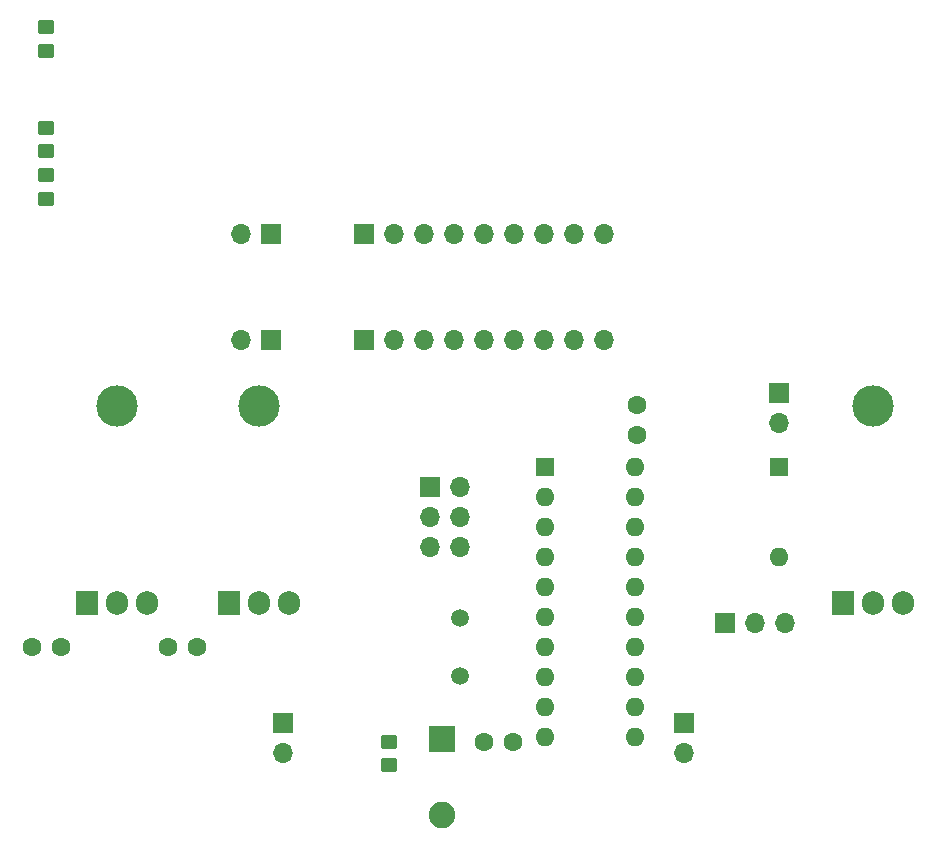
<source format=gbr>
%TF.GenerationSoftware,KiCad,Pcbnew,8.0.8*%
%TF.CreationDate,2025-07-28T16:06:37+02:00*%
%TF.ProjectId,Linefollower Wz.4,4c696e65-666f-46c6-9c6f-77657220577a,4.1*%
%TF.SameCoordinates,Original*%
%TF.FileFunction,Soldermask,Top*%
%TF.FilePolarity,Negative*%
%FSLAX46Y46*%
G04 Gerber Fmt 4.6, Leading zero omitted, Abs format (unit mm)*
G04 Created by KiCad (PCBNEW 8.0.8) date 2025-07-28 16:06:37*
%MOMM*%
%LPD*%
G01*
G04 APERTURE LIST*
G04 Aperture macros list*
%AMRoundRect*
0 Rectangle with rounded corners*
0 $1 Rounding radius*
0 $2 $3 $4 $5 $6 $7 $8 $9 X,Y pos of 4 corners*
0 Add a 4 corners polygon primitive as box body*
4,1,4,$2,$3,$4,$5,$6,$7,$8,$9,$2,$3,0*
0 Add four circle primitives for the rounded corners*
1,1,$1+$1,$2,$3*
1,1,$1+$1,$4,$5*
1,1,$1+$1,$6,$7*
1,1,$1+$1,$8,$9*
0 Add four rect primitives between the rounded corners*
20,1,$1+$1,$2,$3,$4,$5,0*
20,1,$1+$1,$4,$5,$6,$7,0*
20,1,$1+$1,$6,$7,$8,$9,0*
20,1,$1+$1,$8,$9,$2,$3,0*%
G04 Aperture macros list end*
%ADD10RoundRect,0.250000X0.450000X-0.350000X0.450000X0.350000X-0.450000X0.350000X-0.450000X-0.350000X0*%
%ADD11R,1.700000X1.700000*%
%ADD12O,1.700000X1.700000*%
%ADD13C,1.600000*%
%ADD14C,1.500000*%
%ADD15R,2.250000X2.250000*%
%ADD16C,2.250000*%
%ADD17C,3.500000*%
%ADD18R,1.905000X2.000000*%
%ADD19O,1.905000X2.000000*%
%ADD20R,1.600000X1.600000*%
%ADD21O,1.600000X1.600000*%
%ADD22RoundRect,0.250000X-0.450000X0.350000X-0.450000X-0.350000X0.450000X-0.350000X0.450000X0.350000X0*%
G04 APERTURE END LIST*
D10*
%TO.C,R3*%
X87990000Y-72525000D03*
X87990000Y-70525000D03*
%TD*%
%TO.C,R4*%
X87990000Y-81025000D03*
X87990000Y-79025000D03*
%TD*%
D11*
%TO.C,J3*%
X114840000Y-97000000D03*
D12*
X117380000Y-97000000D03*
X119920000Y-97000000D03*
X122460000Y-97000000D03*
X125000000Y-97000000D03*
X127540000Y-97000000D03*
X130080000Y-97000000D03*
X132620000Y-97000000D03*
X135160000Y-97000000D03*
%TD*%
D11*
%TO.C,J4*%
X107000000Y-88000000D03*
D12*
X104460000Y-88000000D03*
%TD*%
D13*
%TO.C,C4*%
X125000000Y-131000000D03*
X127500000Y-131000000D03*
%TD*%
D14*
%TO.C,Y1*%
X123000000Y-120550000D03*
X123000000Y-125430000D03*
%TD*%
D11*
%TO.C,12V*%
X150000000Y-101460000D03*
D12*
X150000000Y-104000000D03*
%TD*%
D13*
%TO.C,C2*%
X89250000Y-123000000D03*
X86750000Y-123000000D03*
%TD*%
D11*
%TO.C,M1*%
X108000000Y-129460000D03*
D12*
X108000000Y-132000000D03*
%TD*%
D11*
%TO.C,J5*%
X107000000Y-97000000D03*
D12*
X104460000Y-97000000D03*
%TD*%
D15*
%TO.C,SW2*%
X121500000Y-130750000D03*
D16*
X121500000Y-137250000D03*
%TD*%
D17*
%TO.C,Q1*%
X106000000Y-102570000D03*
D18*
X103460000Y-119230000D03*
D19*
X106000000Y-119230000D03*
X108540000Y-119230000D03*
%TD*%
D20*
%TO.C,SW1*%
X150000000Y-107732500D03*
D21*
X150000000Y-115352500D03*
%TD*%
D13*
%TO.C,C3*%
X100750000Y-123000000D03*
X98250000Y-123000000D03*
%TD*%
D17*
%TO.C,Q2*%
X158000000Y-102570000D03*
D18*
X155460000Y-119230000D03*
D19*
X158000000Y-119230000D03*
X160540000Y-119230000D03*
%TD*%
D17*
%TO.C,U10*%
X94000000Y-102570000D03*
D18*
X91460000Y-119230000D03*
D19*
X94000000Y-119230000D03*
X96540000Y-119230000D03*
%TD*%
D20*
%TO.C,U11*%
X130200000Y-107760000D03*
D21*
X130200000Y-110300000D03*
X130200000Y-112840000D03*
X130200000Y-115380000D03*
X130200000Y-117920000D03*
X130200000Y-120460000D03*
X130200000Y-123000000D03*
X130200000Y-125540000D03*
X130200000Y-128080000D03*
X130200000Y-130620000D03*
X137820000Y-130620000D03*
X137820000Y-128080000D03*
X137820000Y-125540000D03*
X137820000Y-123000000D03*
X137820000Y-120460000D03*
X137820000Y-117920000D03*
X137820000Y-115380000D03*
X137820000Y-112840000D03*
X137820000Y-110300000D03*
X137820000Y-107760000D03*
%TD*%
D11*
%TO.C,ICSP1*%
X120460000Y-109475000D03*
D12*
X123000000Y-109475000D03*
X120460000Y-112015000D03*
X123000000Y-112015000D03*
X120460000Y-114555000D03*
X123000000Y-114555000D03*
%TD*%
D11*
%TO.C,M2*%
X142000000Y-129460000D03*
D12*
X142000000Y-132000000D03*
%TD*%
D22*
%TO.C,R1*%
X117000000Y-131000000D03*
X117000000Y-133000000D03*
%TD*%
D10*
%TO.C,R2*%
X87990000Y-85025000D03*
X87990000Y-83025000D03*
%TD*%
D11*
%TO.C,J1*%
X114840000Y-88000000D03*
D12*
X117380000Y-88000000D03*
X119920000Y-88000000D03*
X122460000Y-88000000D03*
X125000000Y-88000000D03*
X127540000Y-88000000D03*
X130080000Y-88000000D03*
X132620000Y-88000000D03*
X135160000Y-88000000D03*
%TD*%
D13*
%TO.C,C1*%
X138000000Y-105000000D03*
X138000000Y-102500000D03*
%TD*%
D11*
%TO.C,S1*%
X145475000Y-120975000D03*
D12*
X148015000Y-120975000D03*
X150555000Y-120975000D03*
%TD*%
M02*

</source>
